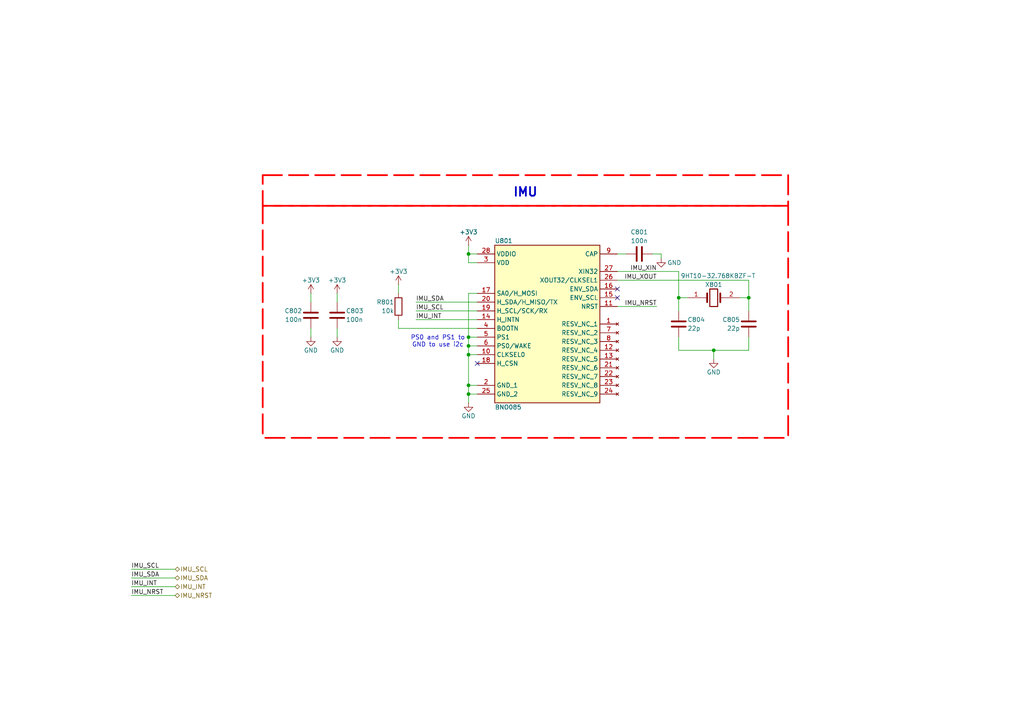
<source format=kicad_sch>
(kicad_sch (version 20231120) (generator "eeschema") (generator_version "8.0")
  (paper "A4")
  (title_block (title "Unidad de Medición Inercial") (date "2024-07-18") (rev "Final") (company "MQuero"))
  (lib_symbols
    (symbol "Device:C" (pin_numbers hide) (pin_names (offset 0.254))
      (property "Reference" "C" (at 0.635 2.54 0))
      (property "Value" "C" (at 0.635 -2.54 0))
      (symbol "C_0_1"
        (polyline (pts (xy -2.032 -0.762) (xy 2.032 -0.762)) (stroke (width 0.508)))
        (polyline (pts (xy -2.032 0.762) (xy 2.032 0.762)) (stroke (width 0.508)))
      )
      (symbol "C_1_1"
        (pin passive line (at 0 3.81 270) (length 2.794) (name "~") (number "1"))
        (pin passive line (at 0 -3.81 90) (length 2.794) (name "~") (number "2"))
      )
    )
    (symbol "Device:R" (pin_numbers hide) (pin_names (offset 0))
      (property "Reference" "R" (at 2.032 0 90))
      (property "Value" "R" (at 0 0 90))
      (symbol "R_0_1"
        (rectangle (start -1.016 -2.54) (end 1.016 2.54) (stroke (width 0.254)))
      )
      (symbol "R_1_1"
        (pin passive line (at 0 3.81 270) (length 1.27) (name "~") (number "1"))
        (pin passive line (at 0 -3.81 90) (length 1.27) (name "~") (number "2"))
      )
    )
    (symbol "TFG:9HT10-32.768KBZF-T" (pin_names hide)
      (property "Reference" "X" (at 0 1.27 0))
      (property "Value" "9HT10-32.768KBZF-T" (at 0 -6.35 0))
      (symbol "9HT10-32.768KBZF-T_0_1"
        (polyline (pts (xy 0 -2.54) (xy 0.635 -2.54)))
        (polyline (pts (xy 0.635 -3.81) (xy 0.635 -1.27)) (stroke (width 0.508)))
        (polyline (pts (xy 4.445 -3.81) (xy 4.445 -1.27)) (stroke (width 0.508)))
        (polyline (pts (xy 5.08 -2.54) (xy 4.445 -2.54)))
        (rectangle (start 1.397 0) (end 3.683 -5.08) (stroke (width 0.3048)))
      )
      (symbol "9HT10-32.768KBZF-T_1_1"
        (pin unspecified line (at -5.08 -2.54 0) (length 5.08) (name "1") (number "1"))
        (pin unspecified line (at 10.16 -2.54 180) (length 5.08) (name "2") (number "2"))
      )
    )
    (symbol "TFG:BNO085"
      (property "Reference" "U" (at 0 1.27 0))
      (property "Value" "BNO085" (at 0 -46.99 0))
      (symbol "BNO085_1_1"
        (rectangle (start 0 0) (end 30.48 -45.72) (stroke (width 0.254)) (fill (type background)))
        (pin no_connect line (at 35.56 -22.86 180) (length 5.08) (name "RESV_NC_1") (number "1"))
        (pin unspecified line (at -5.08 -31.75 0) (length 5.08) (name "CLKSEL0") (number "10"))
        (pin unspecified line (at 35.56 -17.78 180) (length 5.08) (name "NRST") (number "11"))
        (pin no_connect line (at 35.56 -30.48 180) (length 5.08) (name "RESV_NC_4") (number "12"))
        (pin no_connect line (at 35.56 -33.02 180) (length 5.08) (name "RESV_NC_5") (number "13"))
        (pin unspecified line (at -5.08 -21.59 0) (length 5.08) (name "H_INTN") (number "14"))
        (pin unspecified line (at 35.56 -15.24 180) (length 5.08) (name "ENV_SCL") (number "15"))
        (pin unspecified line (at 35.56 -12.7 180) (length 5.08) (name "ENV_SDA") (number "16"))
        (pin unspecified line (at -5.08 -13.97 0) (length 5.08) (name "SA0/H_MOSI") (number "17"))
        (pin unspecified line (at -5.08 -34.29 0) (length 5.08) (name "H_CSN") (number "18"))
        (pin unspecified line (at -5.08 -19.05 0) (length 5.08) (name "H_SCL/SCK/RX") (number "19"))
        (pin unspecified line (at -5.08 -40.64 0) (length 5.08) (name "GND_1") (number "2"))
        (pin unspecified line (at -5.08 -16.51 0) (length 5.08) (name "H_SDA/H_MISO/TX") (number "20"))
        (pin no_connect line (at 35.56 -35.56 180) (length 5.08) (name "RESV_NC_6") (number "21"))
        (pin no_connect line (at 35.56 -38.1 180) (length 5.08) (name "RESV_NC_7") (number "22"))
        (pin no_connect line (at 35.56 -40.64 180) (length 5.08) (name "RESV_NC_8") (number "23"))
        (pin no_connect line (at 35.56 -43.18 180) (length 5.08) (name "RESV_NC_9") (number "24"))
        (pin unspecified line (at -5.08 -43.18 0) (length 5.08) (name "GND_2") (number "25"))
        (pin unspecified line (at 35.56 -10.16 180) (length 5.08) (name "XOUT32/CLKSEL1") (number "26"))
        (pin unspecified line (at 35.56 -7.62 180) (length 5.08) (name "XIN32") (number "27"))
        (pin unspecified line (at -5.08 -2.54 0) (length 5.08) (name "VDDIO") (number "28"))
        (pin unspecified line (at -5.08 -5.08 0) (length 5.08) (name "VDD") (number "3"))
        (pin unspecified line (at -5.08 -24.13 0) (length 5.08) (name "BOOTN") (number "4"))
        (pin unspecified line (at -5.08 -26.67 0) (length 5.08) (name "PS1") (number "5"))
        (pin unspecified line (at -5.08 -29.21 0) (length 5.08) (name "PS0/WAKE") (number "6"))
        (pin no_connect line (at 35.56 -25.4 180) (length 5.08) (name "RESV_NC_2") (number "7"))
        (pin no_connect line (at 35.56 -27.94 180) (length 5.08) (name "RESV_NC_3") (number "8"))
        (pin unspecified line (at 35.56 -2.54 180) (length 5.08) (name "CAP") (number "9"))
      )
    )
    (symbol "power:+3V3" (power) (pin_numbers hide) (pin_names (offset 0) hide)
      (property "Value" "+3V3" (at 0 3.556 0))
      (symbol "+3V3_0_1"
        (polyline (pts (xy -0.762 1.27) (xy 0 2.54)))
        (polyline (pts (xy 0 0) (xy 0 2.54)))
        (polyline (pts (xy 0 2.54) (xy 0.762 1.27)))
      )
      (symbol "+3V3_1_1"
        (pin power_in line (at 0 0 90) (length 0) (name "~") (number "1"))
      )
    )
    (symbol "power:GND" (power) (pin_numbers hide) (pin_names (offset 0) hide)
      (property "Value" "GND" (at 0 -3.81 0))
      (symbol "GND_0_1"
        (polyline (pts (xy 0 0) (xy 0 -1.27) (xy 1.27 -1.27) (xy 0 -2.54) (xy -1.27 -1.27) (xy 0 -1.27)))
      )
      (symbol "GND_1_1"
        (pin power_in line (at 0 0 270) (length 0) (name "~") (number "1"))
      )
    )
  )
  (junction (at 196.85 86.36))
  (junction (at 207.01 101.6))
  (junction (at 217.17 86.36))
  (junction (at 135.89 102.87))
  (junction (at 135.89 100.33))
  (junction (at 135.89 73.66))
  (junction (at 135.89 97.79))
  (junction (at 135.89 111.76))
  (junction (at 135.89 114.3))
  (no_connect (at 179.07 86.36))
  (no_connect (at 138.43 105.41))
  (no_connect (at 179.07 83.82))
  (wire (pts (xy 138.43 100.33) (xy 135.89 100.33)))
  (wire (pts (xy 97.79 95.25) (xy 97.79 97.79)))
  (wire (pts (xy 135.89 97.79) (xy 135.89 100.33)))
  (wire (pts (xy 135.89 111.76) (xy 138.43 111.76)))
  (wire (pts (xy 135.89 102.87) (xy 135.89 111.76)))
  (wire (pts (xy 135.89 85.09) (xy 135.89 97.79)))
  (wire (pts (xy 217.17 86.36) (xy 214.63 86.36)))
  (wire (pts (xy 38.1 165.1) (xy 50.8 165.1)))
  (wire (pts (xy 38.1 170.18) (xy 50.8 170.18)))
  (wire (pts (xy 90.17 85.09) (xy 90.17 87.63)))
  (wire (pts (xy 138.43 85.09) (xy 135.89 85.09)))
  (wire (pts (xy 217.17 86.36) (xy 217.17 90.17)))
  (wire (pts (xy 196.85 78.74) (xy 179.07 78.74)))
  (wire (pts (xy 135.89 73.66) (xy 135.89 76.2)))
  (wire (pts (xy 138.43 97.79) (xy 135.89 97.79)))
  (wire (pts (xy 120.65 92.71) (xy 138.43 92.71)))
  (wire (pts (xy 179.07 81.28) (xy 217.17 81.28)))
  (wire (pts (xy 135.89 100.33) (xy 135.89 102.87)))
  (wire (pts (xy 135.89 76.2) (xy 138.43 76.2)))
  (wire (pts (xy 135.89 111.76) (xy 135.89 114.3)))
  (wire (pts (xy 191.77 73.66) (xy 191.77 74.93)))
  (wire (pts (xy 190.5 88.9) (xy 179.07 88.9)))
  (wire (pts (xy 196.85 78.74) (xy 196.85 86.36)))
  (wire (pts (xy 135.89 73.66) (xy 138.43 73.66)))
  (wire (pts (xy 196.85 101.6) (xy 207.01 101.6)))
  (wire (pts (xy 38.1 172.72) (xy 50.8 172.72)))
  (wire (pts (xy 207.01 101.6) (xy 217.17 101.6)))
  (wire (pts (xy 135.89 114.3) (xy 135.89 116.84)))
  (wire (pts (xy 135.89 71.12) (xy 135.89 73.66)))
  (wire (pts (xy 135.89 114.3) (xy 138.43 114.3)))
  (wire (pts (xy 181.61 73.66) (xy 179.07 73.66)))
  (wire (pts (xy 135.89 102.87) (xy 138.43 102.87)))
  (wire (pts (xy 196.85 97.79) (xy 196.85 101.6)))
  (wire (pts (xy 189.23 73.66) (xy 191.77 73.66)))
  (wire (pts (xy 196.85 86.36) (xy 196.85 90.17)))
  (wire (pts (xy 120.65 90.17) (xy 138.43 90.17)))
  (wire (pts (xy 97.79 85.09) (xy 97.79 87.63)))
  (wire (pts (xy 138.43 95.25) (xy 115.57 95.25)))
  (wire (pts (xy 90.17 95.25) (xy 90.17 97.79)))
  (wire (pts (xy 217.17 101.6) (xy 217.17 97.79)))
  (wire (pts (xy 196.85 86.36) (xy 199.39 86.36)))
  (wire (pts (xy 115.57 95.25) (xy 115.57 92.71)))
  (wire (pts (xy 38.1 167.64) (xy 50.8 167.64)))
  (wire (pts (xy 207.01 101.6) (xy 207.01 104.14)))
  (wire (pts (xy 217.17 81.28) (xy 217.17 86.36)))
  (wire (pts (xy 115.57 82.55) (xy 115.57 85.09)))
  (wire (pts (xy 120.65 87.63) (xy 138.43 87.63)))
  (rectangle (start 76.2 59.69) (end 228.6 127) (stroke (width 0.508) (type dash) (color 255 0 0 1)))
  (rectangle (start 76.2 50.8) (end 228.6 59.69) (stroke (width 0.508) (type dash) (color 255 0 0 1)))
  (text "PS0 and PS1 to\nGND to use i2c" (at 127 99.06 0) (effects (font (size 1.27 1.27))))
  (text "IMU" (at 152.4 55.88 0) (effects (font (size 2.54 2.54) (thickness 0.508) (bold yes))))
  (label "IMU_XIN" (at 190.5 78.74 180))
  (label "IMU_XOUT" (at 190.5 81.28 180))
  (label "IMU_SCL" (at 120.65 90.17 0))
  (label "IMU_INT" (at 38.1 170.18 0))
  (label "IMU_INT" (at 120.65 92.71 0))
  (label "IMU_SCL" (at 38.1 165.1 0))
  (label "IMU_SDA" (at 38.1 167.64 0))
  (label "IMU_NRST" (at 38.1 172.72 0))
  (label "IMU_SDA" (at 120.65 87.63 0))
  (label "IMU_NRST" (at 190.5 88.9 180))
  (hierarchical_label "IMU_SDA" (shape bidirectional) (at 50.8 167.64 0))
  (hierarchical_label "IMU_INT" (shape bidirectional) (at 50.8 170.18 0))
  (hierarchical_label "IMU_NRST" (shape bidirectional) (at 50.8 172.72 0))
  (hierarchical_label "IMU_SCL" (shape bidirectional) (at 50.8 165.1 0))
  (symbol (lib_id "Device:C") (at 90.17 91.44 0) (mirror y) (unit 1)
    (property "Reference" "C802" (at 87.63 90.17 0) (effects (justify left)))
    (property "Value" "100n" (at 87.63 92.71 0) (effects (justify left)))
    (property "Footprint" "Capacitor_SMD:C_0402_1005Metric" (effects (hide yes)))
    (property "Description" "Unpolarized capacitor" (effects (hide yes)))
  )
  (symbol (lib_id "power:+3V3") (at 115.57 82.55 0) (unit 1)
    (property "Reference" "#PWR0803" (effects (hide yes)))
    (property "Value" "+3V3" (at 115.57 78.74 0))
    (property "Description" "Power symbol creates a global label with name \"+3V3\"" (effects (hide yes)))
  )
  (symbol (lib_id "power:+3V3") (at 135.89 71.12 0) (unit 1)
    (property "Reference" "#PWR0801" (effects (hide yes)))
    (property "Value" "+3V3" (at 135.89 67.31 0))
    (property "Description" "Power symbol creates a global label with name \"+3V3\"" (effects (hide yes)))
  )
  (symbol (lib_id "power:GND") (at 90.17 97.79 0) (unit 1)
    (property "Reference" "#PWR0806" (effects (hide yes)))
    (property "Value" "GND" (at 90.17 101.6 0))
    (property "Description" "Power symbol creates a global label with name \"GND\" , ground" (effects (hide yes)))
  )
  (symbol (lib_id "power:+3V3") (at 97.79 85.09 0) (mirror y) (unit 1)
    (property "Reference" "#PWR0805" (effects (hide yes)))
    (property "Value" "+3V3" (at 97.79 81.28 0))
    (property "Description" "Power symbol creates a global label with name \"+3V3\"" (effects (hide yes)))
  )
  (symbol (lib_id "Device:C") (at 185.42 73.66 90) (unit 1)
    (property "Reference" "C801" (at 185.42 67.31 90))
    (property "Value" "100n" (at 185.42 69.85 90))
    (property "Footprint" "Capacitor_SMD:C_0402_1005Metric" (effects (hide yes)))
    (property "Description" "Unpolarized capacitor" (effects (hide yes)))
  )
  (symbol (lib_id "Device:C") (at 196.85 93.98 0) (unit 1)
    (property "Reference" "C804" (at 199.39 92.71 0) (effects (justify left)))
    (property "Value" "22p" (at 199.39 95.25 0) (effects (justify left)))
    (property "Footprint" "Capacitor_SMD:C_0402_1005Metric" (effects (hide yes)))
    (property "Description" "Unpolarized capacitor" (effects (hide yes)))
  )
  (symbol (lib_id "Device:C") (at 97.79 91.44 0) (unit 1)
    (property "Reference" "C803" (at 100.33 90.17 0) (effects (justify left)))
    (property "Value" "100n" (at 100.33 92.71 0) (effects (justify left)))
    (property "Footprint" "Capacitor_SMD:C_0402_1005Metric" (effects (hide yes)))
    (property "Description" "Unpolarized capacitor" (effects (hide yes)))
  )
  (symbol (lib_id "power:+3V3") (at 90.17 85.09 0) (unit 1)
    (property "Reference" "#PWR0804" (effects (hide yes)))
    (property "Value" "+3V3" (at 90.17 81.28 0))
    (property "Description" "Power symbol creates a global label with name \"+3V3\"" (effects (hide yes)))
  )
  (symbol (lib_id "Device:R") (at 115.57 88.9 0) (unit 1)
    (property "Reference" "R801" (at 111.76 87.63 0))
    (property "Value" "10k" (at 114.3 90.1699 0) (effects (justify right)))
    (property "Footprint" "Resistor_SMD:R_0402_1005Metric" (effects (hide yes)))
    (property "Description" "Resistor" (effects (hide yes)))
  )
  (symbol (lib_id "TFG:9HT10-32.768KBZF-T") (at 204.47 83.82 0) (unit 1)
    (property "Reference" "X801" (at 204.47 82.55 0) (effects (justify left)))
    (property "Value" "9HT10-32.768KBZF-T" (at 208.28 80.01 0))
    (property "Footprint" "TFG:9HT1032768KEZFT" (effects (hide yes)))
    (property "Datasheet" "http://www.txccrystal.com/images/pdf/9ht10.pdf" (effects (hide yes)))
    (property "Description" "CRYSTAL 32.7680KHZ 12.5PF SMD" (effects (hide yes)))
    (property "MQ PN" "TFGX001" (effects (hide yes)))
  )
  (symbol (lib_id "Device:C") (at 217.17 93.98 0) (unit 1)
    (property "Reference" "C805" (at 214.63 92.71 0) (effects (justify right)))
    (property "Value" "22p" (at 214.63 95.25 0) (effects (justify right)))
    (property "Footprint" "Capacitor_SMD:C_0402_1005Metric" (effects (hide yes)))
    (property "Description" "Unpolarized capacitor" (effects (hide yes)))
  )
  (symbol (lib_id "power:GND") (at 207.01 104.14 0) (unit 1)
    (property "Reference" "#PWR0808" (effects (hide yes)))
    (property "Value" "GND" (at 207.01 107.95 0))
    (property "Description" "Power symbol creates a global label with name \"GND\" , ground" (effects (hide yes)))
  )
  (symbol (lib_id "power:GND") (at 191.77 74.93 0) (unit 1)
    (property "Reference" "#PWR0802" (effects (hide yes)))
    (property "Value" "GND" (at 195.58 76.2 0))
    (property "Description" "Power symbol creates a global label with name \"GND\" , ground" (effects (hide yes)))
  )
  (symbol (lib_id "TFG:BNO085") (at 143.51 71.12 0) (unit 1)
    (property "Reference" "U801" (at 143.51 69.85 0) (effects (justify left)))
    (property "Value" "BNO085" (at 143.51 118.11 0) (effects (justify left)))
    (property "Footprint" "TFG:BNO085" (effects (hide yes)))
    (property "Datasheet" "https://www.ceva-ip.com/wp-content/uploads/2019/10/BNO080_085-Datasheet.pdf" (effects (hide yes)))
    (property "Description" "IMU ACCEL/GYRO/MAG I2C 32BIT" (effects (hide yes)))
    (property "MQ PN" "TFGIC004" (effects (hide yes)))
  )
  (symbol (lib_id "power:GND") (at 135.89 116.84 0) (unit 1)
    (property "Reference" "#PWR0809" (effects (hide yes)))
    (property "Value" "GND" (at 135.89 120.65 0))
    (property "Description" "Power symbol creates a global label with name \"GND\" , ground" (effects (hide yes)))
  )
  (symbol (lib_id "power:GND") (at 97.79 97.79 0) (mirror y) (unit 1)
    (property "Reference" "#PWR0807" (effects (hide yes)))
    (property "Value" "GND" (at 97.79 101.6 0))
    (property "Description" "Power symbol creates a global label with name \"GND\" , ground" (effects (hide yes)))
  )
)
</source>
